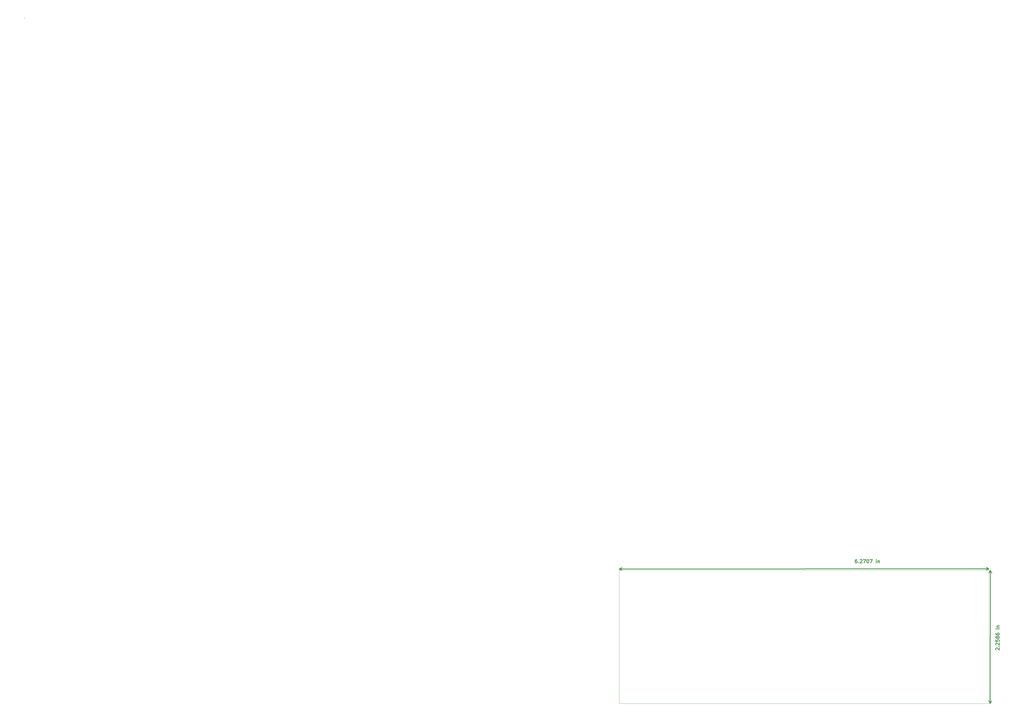
<source format=gbr>
G04 (created by PCBNEW (22-Jun-2014 BZR 4027)-stable) date lun 20 oct 2014 04:40:32 CST*
%MOIN*%
G04 Gerber Fmt 3.4, Leading zero omitted, Abs format*
%FSLAX34Y34*%
G01*
G70*
G90*
G04 APERTURE LIST*
%ADD10C,0.00590551*%
%ADD11C,0.011811*%
%ADD12C,0.00393701*%
G04 APERTURE END LIST*
G54D10*
G54D11*
X91714Y-49434D02*
X91601Y-49434D01*
X91545Y-49462D01*
X91517Y-49490D01*
X91461Y-49575D01*
X91433Y-49687D01*
X91433Y-49912D01*
X91461Y-49968D01*
X91489Y-49996D01*
X91545Y-50025D01*
X91658Y-50025D01*
X91714Y-49996D01*
X91742Y-49968D01*
X91770Y-49912D01*
X91770Y-49771D01*
X91742Y-49715D01*
X91714Y-49687D01*
X91658Y-49659D01*
X91545Y-49659D01*
X91489Y-49687D01*
X91461Y-49715D01*
X91433Y-49771D01*
X92023Y-49968D02*
X92051Y-49996D01*
X92023Y-50025D01*
X91995Y-49996D01*
X92023Y-49968D01*
X92023Y-50025D01*
X92276Y-49490D02*
X92304Y-49462D01*
X92361Y-49434D01*
X92501Y-49434D01*
X92557Y-49462D01*
X92586Y-49490D01*
X92614Y-49546D01*
X92614Y-49603D01*
X92586Y-49687D01*
X92248Y-50025D01*
X92614Y-50025D01*
X92811Y-49434D02*
X93204Y-49434D01*
X92951Y-50025D01*
X93542Y-49434D02*
X93598Y-49434D01*
X93654Y-49462D01*
X93682Y-49490D01*
X93710Y-49546D01*
X93739Y-49659D01*
X93739Y-49800D01*
X93710Y-49912D01*
X93682Y-49968D01*
X93654Y-49996D01*
X93598Y-50025D01*
X93542Y-50025D01*
X93485Y-49996D01*
X93457Y-49968D01*
X93429Y-49912D01*
X93401Y-49800D01*
X93401Y-49659D01*
X93429Y-49546D01*
X93457Y-49490D01*
X93485Y-49462D01*
X93542Y-49434D01*
X93935Y-49434D02*
X94329Y-49434D01*
X94076Y-50025D01*
X95004Y-50025D02*
X95004Y-49631D01*
X95004Y-49434D02*
X94976Y-49462D01*
X95004Y-49490D01*
X95032Y-49462D01*
X95004Y-49434D01*
X95004Y-49490D01*
X95285Y-49631D02*
X95285Y-50025D01*
X95285Y-49687D02*
X95313Y-49659D01*
X95370Y-49631D01*
X95454Y-49631D01*
X95510Y-49659D01*
X95538Y-49715D01*
X95538Y-50025D01*
X51411Y-51038D02*
X114118Y-51009D01*
X51411Y-51038D02*
X51411Y-51038D01*
X114118Y-51009D02*
X114118Y-51009D01*
X114118Y-51009D02*
X113674Y-51240D01*
X114118Y-51009D02*
X113674Y-50778D01*
X51411Y-51038D02*
X51854Y-51268D01*
X51411Y-51038D02*
X51854Y-50806D01*
X115337Y-64785D02*
X115309Y-64757D01*
X115281Y-64701D01*
X115282Y-64560D01*
X115310Y-64504D01*
X115338Y-64476D01*
X115394Y-64448D01*
X115451Y-64448D01*
X115535Y-64477D01*
X115871Y-64815D01*
X115872Y-64450D01*
X115817Y-64197D02*
X115845Y-64168D01*
X115873Y-64197D01*
X115845Y-64225D01*
X115817Y-64197D01*
X115873Y-64197D01*
X115340Y-63942D02*
X115312Y-63914D01*
X115284Y-63857D01*
X115284Y-63717D01*
X115313Y-63660D01*
X115341Y-63632D01*
X115397Y-63604D01*
X115454Y-63605D01*
X115538Y-63633D01*
X115874Y-63972D01*
X115875Y-63606D01*
X115287Y-63070D02*
X115286Y-63351D01*
X115567Y-63380D01*
X115539Y-63352D01*
X115511Y-63296D01*
X115511Y-63155D01*
X115540Y-63099D01*
X115568Y-63071D01*
X115624Y-63043D01*
X115765Y-63043D01*
X115821Y-63072D01*
X115849Y-63100D01*
X115877Y-63156D01*
X115877Y-63297D01*
X115848Y-63353D01*
X115820Y-63381D01*
X115541Y-62705D02*
X115513Y-62761D01*
X115485Y-62789D01*
X115428Y-62817D01*
X115400Y-62817D01*
X115344Y-62789D01*
X115316Y-62761D01*
X115288Y-62704D01*
X115288Y-62592D01*
X115317Y-62536D01*
X115345Y-62508D01*
X115401Y-62480D01*
X115429Y-62480D01*
X115486Y-62508D01*
X115514Y-62536D01*
X115542Y-62593D01*
X115541Y-62705D01*
X115569Y-62761D01*
X115597Y-62790D01*
X115653Y-62818D01*
X115766Y-62818D01*
X115822Y-62790D01*
X115850Y-62762D01*
X115879Y-62706D01*
X115879Y-62594D01*
X115851Y-62537D01*
X115823Y-62509D01*
X115767Y-62481D01*
X115654Y-62481D01*
X115598Y-62508D01*
X115570Y-62536D01*
X115542Y-62593D01*
X115291Y-61973D02*
X115290Y-62086D01*
X115318Y-62142D01*
X115346Y-62170D01*
X115430Y-62227D01*
X115543Y-62255D01*
X115768Y-62256D01*
X115824Y-62228D01*
X115852Y-62200D01*
X115881Y-62144D01*
X115881Y-62031D01*
X115853Y-61975D01*
X115825Y-61947D01*
X115769Y-61918D01*
X115628Y-61918D01*
X115572Y-61946D01*
X115544Y-61974D01*
X115515Y-62030D01*
X115515Y-62143D01*
X115543Y-62199D01*
X115571Y-62227D01*
X115627Y-62255D01*
X115884Y-61216D02*
X115490Y-61214D01*
X115293Y-61214D02*
X115321Y-61242D01*
X115349Y-61214D01*
X115321Y-61186D01*
X115293Y-61214D01*
X115349Y-61214D01*
X115491Y-60933D02*
X115885Y-60935D01*
X115547Y-60933D02*
X115519Y-60905D01*
X115491Y-60849D01*
X115492Y-60765D01*
X115520Y-60708D01*
X115576Y-60680D01*
X115886Y-60682D01*
X114392Y-51285D02*
X114335Y-73871D01*
X114392Y-51285D02*
X114392Y-51285D01*
X114335Y-73871D02*
X114335Y-73871D01*
X114335Y-73871D02*
X114105Y-73426D01*
X114335Y-73871D02*
X114566Y-73428D01*
X114392Y-51285D02*
X114160Y-51727D01*
X114392Y-51285D02*
X114621Y-51729D01*
G54D12*
X114155Y-73880D02*
X51370Y-73880D01*
X114156Y-51260D02*
X114156Y-51279D01*
X113931Y-51260D02*
X114156Y-51260D01*
X114156Y-51273D02*
X114156Y-73880D01*
X51370Y-73880D02*
X51370Y-51260D01*
X113932Y-51260D02*
X51370Y-51260D01*
X-49500Y42600D02*
X-49500Y42300D01*
M02*

</source>
